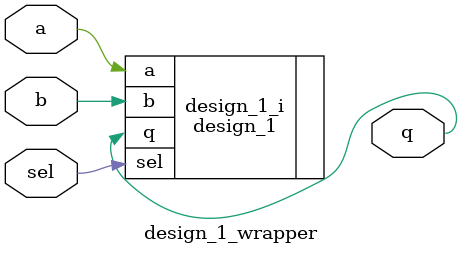
<source format=v>
`timescale 1 ps / 1 ps

module design_1_wrapper
   (a,
    b,
    q,
    sel);
  input a;
  input b;
  output [0:0]q;
  input sel;

  wire a;
  wire b;
  wire [0:0]q;
  wire sel;

  design_1 design_1_i
       (.a(a),
        .b(b),
        .q(q),
        .sel(sel));
endmodule

</source>
